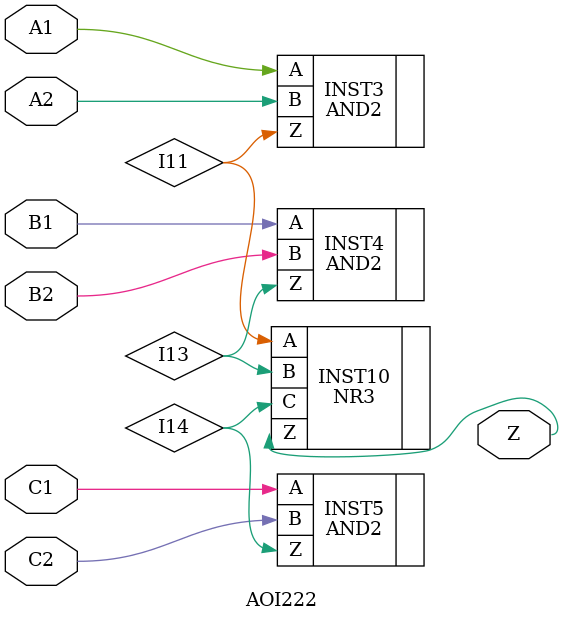
<source format=v>
`timescale 1 ns / 100 ps

/* Created by DB2VERILOG Version 1.2.0.2 on Fri Aug  5 11:13:10 1994 */
/* module compiled from "lsl2db 4.0.3" run */

module AOI222 (A1, A2, B1, B2, C1, C2, Z);
input  A1, A2, B1, B2, C1, C2;
output Z;
NR3 INST10 (.A(I11), .B(I13), .C(I14), .Z(Z));
AND2 INST3 (.A(A1), .B(A2), .Z(I11));
AND2 INST4 (.A(B1), .B(B2), .Z(I13));
AND2 INST5 (.A(C1), .B(C2), .Z(I14));

endmodule


</source>
